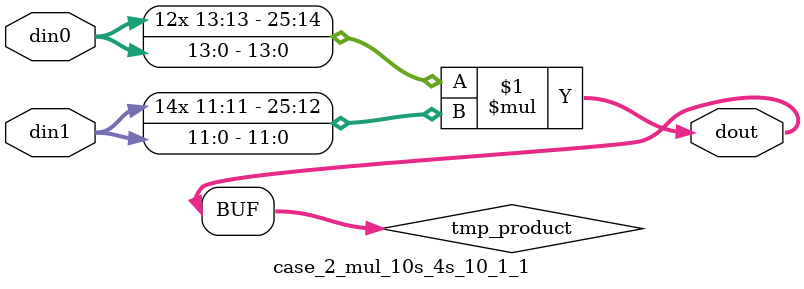
<source format=v>

`timescale 1 ns / 1 ps

 module case_2_mul_10s_4s_10_1_1(din0, din1, dout);
parameter ID = 1;
parameter NUM_STAGE = 0;
parameter din0_WIDTH = 14;
parameter din1_WIDTH = 12;
parameter dout_WIDTH = 26;

input [din0_WIDTH - 1 : 0] din0; 
input [din1_WIDTH - 1 : 0] din1; 
output [dout_WIDTH - 1 : 0] dout;

wire signed [dout_WIDTH - 1 : 0] tmp_product;



























assign tmp_product = $signed(din0) * $signed(din1);








assign dout = tmp_product;





















endmodule

</source>
